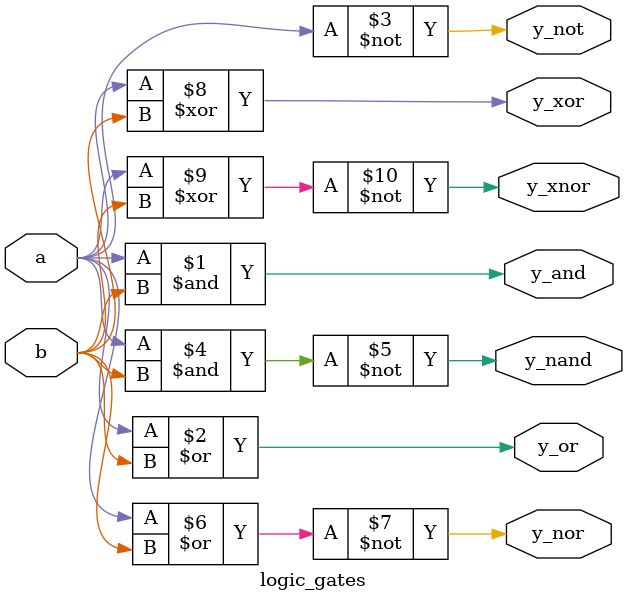
<source format=v>
module logic_gates(input a,b, output y_and, y_or, y_not, y_nand, y_nor, y_xor, y_xnor);
  assign y_and  = a&b	 ;
  assign y_or   = a|b	 ;
  assign y_not  = ~a	 ;
  assign y_nand = ~(a&b) ; 
  assign y_nor  = ~(a|b) ;
  assign y_xor  = a^b	 ;
  assign y_xnor = ~(a^b) ;
  
endmodule

</source>
